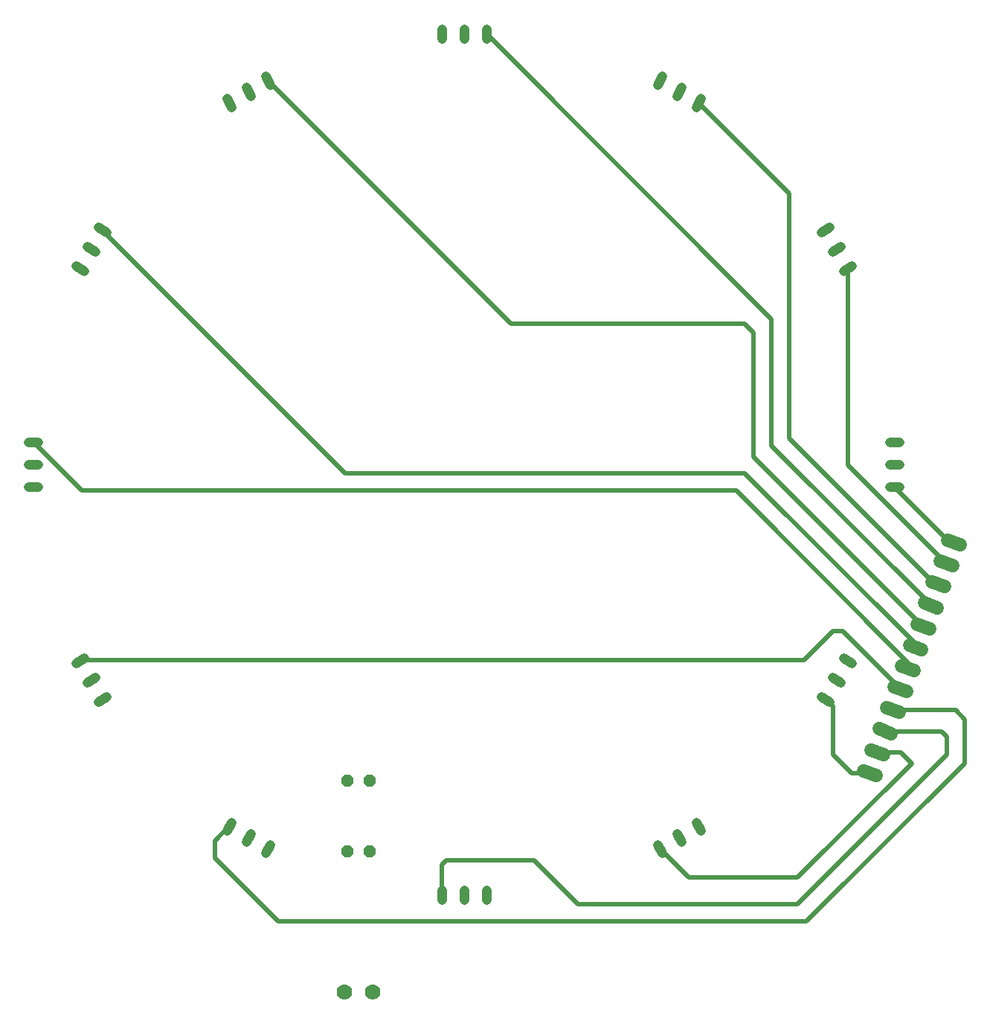
<source format=gbr>
G04 EAGLE Gerber RS-274X export*
G75*
%MOMM*%
%FSLAX34Y34*%
%LPD*%
%INTop Copper*%
%IPPOS*%
%AMOC8*
5,1,8,0,0,1.08239X$1,22.5*%
G01*
%ADD10P,1.429621X8X22.500000*%
%ADD11C,1.524000*%
%ADD12C,1.108000*%
%ADD13C,1.778000*%
%ADD14C,0.508000*%


D10*
X-132700Y-440000D03*
X-107300Y-440000D03*
X-132700Y-360000D03*
X-107300Y-360000D03*
D11*
X550620Y-86119D02*
X564941Y-91331D01*
X556253Y-115199D02*
X541932Y-109987D01*
X533245Y-133855D02*
X547566Y-139068D01*
X538879Y-162936D02*
X524558Y-157723D01*
X515871Y-181592D02*
X530191Y-186804D01*
X521504Y-210672D02*
X507183Y-205460D01*
X498496Y-229328D02*
X512817Y-234540D01*
X504129Y-258408D02*
X489809Y-253196D01*
X481121Y-277064D02*
X495442Y-282277D01*
X486755Y-306145D02*
X472434Y-300932D01*
X463747Y-324801D02*
X478068Y-330013D01*
X469380Y-353881D02*
X455059Y-348669D01*
D12*
X484460Y25400D02*
X495540Y25400D01*
X495540Y0D02*
X484460Y0D01*
X484460Y-25400D02*
X495540Y-25400D01*
X406854Y264227D02*
X416450Y269767D01*
X429150Y247770D02*
X419554Y242230D01*
X432254Y220233D02*
X441850Y225773D01*
X220233Y432254D02*
X225773Y441850D01*
X247770Y429150D02*
X242230Y419554D01*
X264227Y406854D02*
X269767Y416450D01*
X-25400Y484460D02*
X-25400Y495540D01*
X0Y495540D02*
X0Y484460D01*
X25400Y484460D02*
X25400Y495540D01*
X-264227Y406854D02*
X-269767Y416450D01*
X-247770Y429150D02*
X-242230Y419554D01*
X-220233Y432254D02*
X-225773Y441850D01*
X-432254Y220233D02*
X-441850Y225773D01*
X-429150Y247770D02*
X-419554Y242230D01*
X-406854Y264227D02*
X-416450Y269767D01*
X-484460Y-25400D02*
X-495540Y-25400D01*
X-495540Y0D02*
X-484460Y0D01*
X-484460Y25400D02*
X-495540Y25400D01*
X-406854Y-264227D02*
X-416450Y-269767D01*
X-429150Y-247770D02*
X-419554Y-242230D01*
X-432254Y-220233D02*
X-441850Y-225773D01*
X-220233Y-432254D02*
X-225773Y-441850D01*
X-247770Y-429150D02*
X-242230Y-419554D01*
X-264227Y-406854D02*
X-269767Y-416450D01*
X25400Y-484460D02*
X25400Y-495540D01*
X0Y-495540D02*
X0Y-484460D01*
X-25400Y-484460D02*
X-25400Y-495540D01*
X264227Y-406854D02*
X269767Y-416450D01*
X247770Y-429150D02*
X242230Y-419554D01*
X220233Y-432254D02*
X225773Y-441850D01*
X432254Y-220233D02*
X441850Y-225773D01*
X429150Y-247770D02*
X419554Y-242230D01*
X406854Y-264227D02*
X416450Y-269767D01*
D13*
X-104000Y-600000D03*
X-136000Y-600000D03*
D14*
X490000Y-25400D02*
X553325Y-88725D01*
X557780Y-88725D01*
X437052Y-552D02*
X437052Y223003D01*
X437052Y-552D02*
X549093Y-112593D01*
X370000Y308649D02*
X266997Y411652D01*
X536461Y-136461D02*
X540406Y-136461D01*
X370000Y30000D02*
X370000Y308649D01*
X370000Y30000D02*
X536461Y-136461D01*
X350000Y165400D02*
X25400Y490000D01*
X350000Y21389D02*
X531718Y-160330D01*
X350000Y21389D02*
X350000Y165400D01*
X54049Y160000D02*
X-223003Y437052D01*
X54049Y160000D02*
X320000Y160000D01*
X330000Y150000D01*
X330000Y8833D02*
X523031Y-184198D01*
X330000Y8833D02*
X330000Y150000D01*
X-134655Y-10000D02*
X-411652Y266997D01*
X-134655Y-10000D02*
X320000Y-10000D01*
X514344Y-204344D01*
X514344Y-208066D01*
X-434600Y-30000D02*
X-490000Y25400D01*
X-434600Y-30000D02*
X310000Y-30000D01*
X505656Y-225656D01*
X505656Y-231934D01*
X386997Y-223003D02*
X-437052Y-223003D01*
X386997Y-223003D02*
X420000Y-190000D01*
X431167Y-190000D01*
X496969Y-255802D01*
X-211495Y-520000D02*
X-283420Y-448075D01*
X-211495Y-520000D02*
X390000Y-520000D01*
X570000Y-340000D01*
X570000Y-290000D01*
X559670Y-279670D01*
X488282Y-279670D01*
X-266997Y-411652D02*
X-283420Y-428075D01*
X-283420Y-448075D01*
X-25400Y-455400D02*
X-25400Y-490000D01*
X-25400Y-455400D02*
X-20000Y-450000D01*
X80000Y-450000D01*
X130000Y-500000D02*
X380000Y-500000D01*
X550000Y-330000D01*
X550000Y-310000D01*
X543539Y-303539D01*
X479594Y-303539D01*
X130000Y-500000D02*
X80000Y-450000D01*
X223003Y-437052D02*
X255951Y-470000D01*
X380000Y-470000D01*
X510000Y-340000D01*
X497407Y-327407D01*
X470907Y-327407D01*
X420000Y-275345D02*
X411652Y-266997D01*
X420000Y-275345D02*
X420000Y-330000D01*
X441275Y-351275D01*
X462220Y-351275D01*
M02*

</source>
